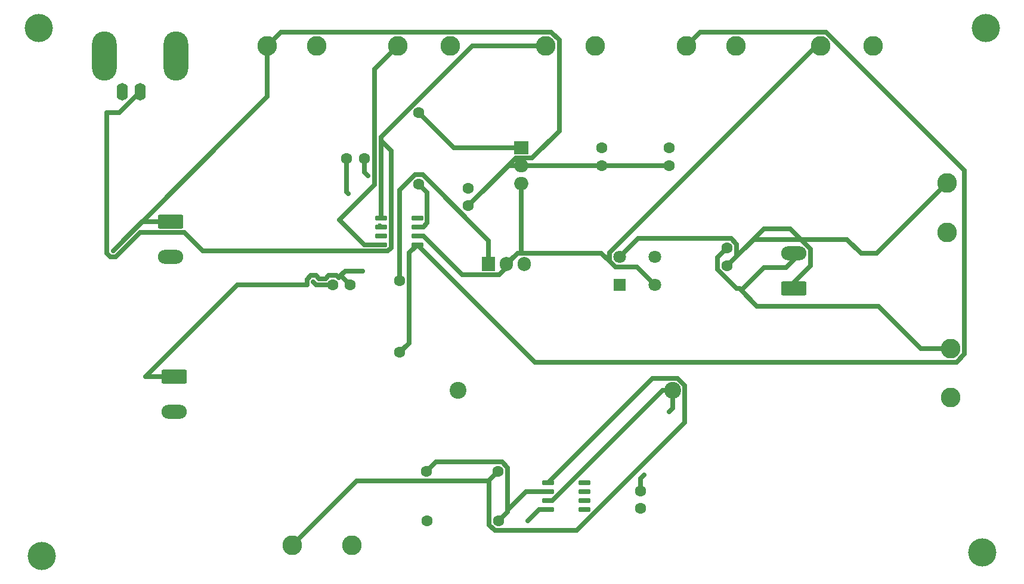
<source format=gtl>
%TF.GenerationSoftware,KiCad,Pcbnew,9.0.4*%
%TF.CreationDate,2025-10-20T13:27:51-05:00*%
%TF.ProjectId,Lab 7 Custom PCB Buck Converter,4c616220-3720-4437-9573-746f6d205043,rev?*%
%TF.SameCoordinates,Original*%
%TF.FileFunction,Copper,L1,Top*%
%TF.FilePolarity,Positive*%
%FSLAX46Y46*%
G04 Gerber Fmt 4.6, Leading zero omitted, Abs format (unit mm)*
G04 Created by KiCad (PCBNEW 9.0.4) date 2025-10-20 13:27:51*
%MOMM*%
%LPD*%
G01*
G04 APERTURE LIST*
G04 Aperture macros list*
%AMRoundRect*
0 Rectangle with rounded corners*
0 $1 Rounding radius*
0 $2 $3 $4 $5 $6 $7 $8 $9 X,Y pos of 4 corners*
0 Add a 4 corners polygon primitive as box body*
4,1,4,$2,$3,$4,$5,$6,$7,$8,$9,$2,$3,0*
0 Add four circle primitives for the rounded corners*
1,1,$1+$1,$2,$3*
1,1,$1+$1,$4,$5*
1,1,$1+$1,$6,$7*
1,1,$1+$1,$8,$9*
0 Add four rect primitives between the rounded corners*
20,1,$1+$1,$2,$3,$4,$5,0*
20,1,$1+$1,$4,$5,$6,$7,0*
20,1,$1+$1,$6,$7,$8,$9,0*
20,1,$1+$1,$8,$9,$2,$3,0*%
G04 Aperture macros list end*
%TA.AperFunction,ComponentPad*%
%ADD10RoundRect,0.250000X-1.550000X0.750000X-1.550000X-0.750000X1.550000X-0.750000X1.550000X0.750000X0*%
%TD*%
%TA.AperFunction,ComponentPad*%
%ADD11O,3.600000X2.000000*%
%TD*%
%TA.AperFunction,SMDPad,CuDef*%
%ADD12RoundRect,0.150000X-0.725000X-0.150000X0.725000X-0.150000X0.725000X0.150000X-0.725000X0.150000X0*%
%TD*%
%TA.AperFunction,ComponentPad*%
%ADD13C,1.600000*%
%TD*%
%TA.AperFunction,ComponentPad*%
%ADD14R,2.000000X1.905000*%
%TD*%
%TA.AperFunction,ComponentPad*%
%ADD15O,2.000000X1.905000*%
%TD*%
%TA.AperFunction,ComponentPad*%
%ADD16C,2.800000*%
%TD*%
%TA.AperFunction,ComponentPad*%
%ADD17RoundRect,0.250000X1.550000X-0.750000X1.550000X0.750000X-1.550000X0.750000X-1.550000X-0.750000X0*%
%TD*%
%TA.AperFunction,ComponentPad*%
%ADD18R,1.800000X1.800000*%
%TD*%
%TA.AperFunction,ComponentPad*%
%ADD19C,1.800000*%
%TD*%
%TA.AperFunction,ComponentPad*%
%ADD20O,1.600000X2.500000*%
%TD*%
%TA.AperFunction,ComponentPad*%
%ADD21O,3.500000X7.000000*%
%TD*%
%TA.AperFunction,ComponentPad*%
%ADD22C,2.400000*%
%TD*%
%TA.AperFunction,ComponentPad*%
%ADD23R,1.905000X2.000000*%
%TD*%
%TA.AperFunction,ComponentPad*%
%ADD24O,1.905000X2.000000*%
%TD*%
%TA.AperFunction,ViaPad*%
%ADD25C,0.600000*%
%TD*%
%TA.AperFunction,ViaPad*%
%ADD26C,4.000000*%
%TD*%
%TA.AperFunction,Conductor*%
%ADD27C,0.700000*%
%TD*%
G04 APERTURE END LIST*
D10*
%TO.P,10VD1,1,Pin_1*%
%TO.N,10V*%
X102777500Y-115000000D03*
D11*
%TO.P,10VD1,2,Pin_2*%
%TO.N,GND*%
X102777500Y-120000000D03*
%TD*%
D12*
%TO.P,IC1,1*%
%TO.N,OPAMP_OUT*%
X155850000Y-130095000D03*
%TO.P,IC1,2,-*%
%TO.N,Net-(U1A--)*%
X155850000Y-131365000D03*
%TO.P,IC1,3,+*%
%TO.N,Vout-*%
X155850000Y-132635000D03*
%TO.P,IC1,4,V-*%
%TO.N,GND*%
X155850000Y-133905000D03*
%TO.P,IC1,5,+*%
%TO.N,unconnected-(U1B-+-Pad5)*%
X161000000Y-133905000D03*
%TO.P,IC1,6,-*%
%TO.N,unconnected-(U1B---Pad6)*%
X161000000Y-132635000D03*
%TO.P,IC1,7*%
%TO.N,unconnected-(U1-Pad7)*%
X161000000Y-131365000D03*
%TO.P,IC1,8,V+*%
%TO.N,10V*%
X161000000Y-130095000D03*
%TD*%
D13*
%TO.P,C4,1*%
%TO.N,10V*%
X169000000Y-131250000D03*
%TO.P,C4,2*%
%TO.N,GND*%
X169000000Y-133750000D03*
%TD*%
%TO.P,C5,1*%
%TO.N,BOOT*%
X129750000Y-84000000D03*
%TO.P,C5,2*%
%TO.N,SW*%
X127250000Y-84000000D03*
%TD*%
D10*
%TO.P,Vin1,1,Pin_1*%
%TO.N,Vin+*%
X102277500Y-93000000D03*
D11*
%TO.P,Vin1,2,Pin_2*%
%TO.N,GND*%
X102277500Y-98000000D03*
%TD*%
D14*
%TO.P,Q1,1,G*%
%TO.N,Net-(Q1-G)*%
X152050000Y-82460000D03*
D15*
%TO.P,Q1,2,D*%
%TO.N,Vin+*%
X152050000Y-85000000D03*
%TO.P,Q1,3,S*%
%TO.N,SW*%
X152050000Y-87540000D03*
%TD*%
D16*
%TO.P,GND_T7,1,1*%
%TO.N,GND*%
X213000000Y-118000000D03*
%TD*%
%TO.P,Vin_T1,1,1*%
%TO.N,Vin+*%
X116000000Y-68000000D03*
%TD*%
%TO.P,GND_T6,1,1*%
%TO.N,GND*%
X212500000Y-94500000D03*
%TD*%
D13*
%TO.P,C2,1*%
%TO.N,Vout+*%
X181277500Y-99250000D03*
%TO.P,C2,2*%
%TO.N,Vout-*%
X181277500Y-96750000D03*
%TD*%
%TO.P,C7,1*%
%TO.N,Vin+*%
X173000000Y-85000000D03*
%TO.P,C7,2*%
%TO.N,GND*%
X173000000Y-82500000D03*
%TD*%
D16*
%TO.P,10V_T2,1,1*%
%TO.N,10V*%
X134500000Y-68000000D03*
%TD*%
%TO.P,GND_T5,1,1*%
%TO.N,GND*%
X202000000Y-68000000D03*
%TD*%
D13*
%TO.P,R4,1*%
%TO.N,HIGHDR*%
X137500000Y-87660000D03*
%TO.P,R4,2*%
%TO.N,Net-(Q1-G)*%
X137500000Y-77500000D03*
%TD*%
D16*
%TO.P,LOW_Vds_T5,1,1*%
%TO.N,SW*%
X194500000Y-68000000D03*
%TD*%
D17*
%TO.P,Vout1,1,Pin_1*%
%TO.N,Vout+*%
X190722500Y-102500000D03*
D11*
%TO.P,Vout1,2,Pin_2*%
%TO.N,Vout-*%
X190722500Y-97500000D03*
%TD*%
D16*
%TO.P,OPAMP_OUT_T8,1,1*%
%TO.N,OPAMP_OUT*%
X119500000Y-139000000D03*
%TD*%
%TO.P,GND_T8,1,1*%
%TO.N,GND*%
X128000000Y-139000000D03*
%TD*%
D13*
%TO.P,C1,1*%
%TO.N,Vin+*%
X144500000Y-90750000D03*
%TO.P,C1,2*%
%TO.N,GND*%
X144500000Y-88250000D03*
%TD*%
D16*
%TO.P,GND_T3,1,1*%
%TO.N,GND*%
X162500000Y-68000000D03*
%TD*%
%TO.P,V_1l_T7,1,1*%
%TO.N,Vout-*%
X213000000Y-111000000D03*
%TD*%
D18*
%TO.P,L1,1,1*%
%TO.N,unconnected-(L1-Pad1)*%
X166000000Y-102000000D03*
D19*
%TO.P,L1,2,2*%
%TO.N,SW*%
X171000000Y-102000000D03*
%TO.P,L1,3,3*%
%TO.N,Vout+*%
X166000000Y-98000000D03*
%TO.P,L1,4,4*%
%TO.N,unconnected-(L1-Pad4)*%
X171000000Y-98000000D03*
%TD*%
D16*
%TO.P,GND_T2,1,1*%
%TO.N,GND*%
X142000000Y-68000000D03*
%TD*%
D20*
%TO.P,PWM1,1,In*%
%TO.N,PWM*%
X97920000Y-74580000D03*
D21*
%TO.P,PWM1,2,Ext*%
%TO.N,GND*%
X92840000Y-69500000D03*
D20*
X95380000Y-74580000D03*
D21*
X103000000Y-69500000D03*
%TD*%
D22*
%TO.P,R1,1*%
%TO.N,GND*%
X143020000Y-117000000D03*
%TO.P,R1,2*%
%TO.N,Vout-*%
X173500000Y-117000000D03*
%TD*%
D16*
%TO.P,GND_T1,1,1*%
%TO.N,GND*%
X123000000Y-68000000D03*
%TD*%
D13*
%TO.P,R3,1*%
%TO.N,Net-(U1A--)*%
X138605000Y-128500000D03*
%TO.P,R3,2*%
%TO.N,OPAMP_OUT*%
X148765000Y-128500000D03*
%TD*%
D16*
%TO.P,GND_T4,1,1*%
%TO.N,GND*%
X182500000Y-68000000D03*
%TD*%
%TO.P,LOWDR_T4,1,1*%
%TO.N,LOWDR*%
X175500000Y-68000000D03*
%TD*%
D23*
%TO.P,Q2,1,G*%
%TO.N,Net-(Q2-G)*%
X147420000Y-99000000D03*
D24*
%TO.P,Q2,2,D*%
%TO.N,SW*%
X149960000Y-99000000D03*
%TO.P,Q2,3,S*%
%TO.N,GND*%
X152500000Y-99000000D03*
%TD*%
D13*
%TO.P,R5,1*%
%TO.N,LOWDR*%
X134765000Y-111580000D03*
%TO.P,R5,2*%
%TO.N,Net-(Q2-G)*%
X134765000Y-101420000D03*
%TD*%
%TO.P,C3,1*%
%TO.N,GND*%
X125265000Y-102000000D03*
%TO.P,C3,2*%
%TO.N,10V*%
X127765000Y-102000000D03*
%TD*%
D16*
%TO.P,Vout_T6,1,1*%
%TO.N,Vout+*%
X212500000Y-87500000D03*
%TD*%
%TO.P,PWM_T3,1,1*%
%TO.N,PWM*%
X155500000Y-68000000D03*
%TD*%
D12*
%TO.P,IC2,1,IN*%
%TO.N,PWM*%
X132115000Y-92460000D03*
%TO.P,IC2,2,PGND*%
%TO.N,GND*%
X132115000Y-93730000D03*
%TO.P,IC2,3,DT*%
%TO.N,SW*%
X132115000Y-95000000D03*
%TO.P,IC2,4,VCC*%
%TO.N,10V*%
X132115000Y-96270000D03*
%TO.P,IC2,5,LOWDR*%
%TO.N,LOWDR*%
X137265000Y-96270000D03*
%TO.P,IC2,6,BOOTLO*%
%TO.N,SW*%
X137265000Y-95000000D03*
%TO.P,IC2,7,HIGHDR*%
%TO.N,HIGHDR*%
X137265000Y-93730000D03*
%TO.P,IC2,8,BOOT*%
%TO.N,BOOT*%
X137265000Y-92460000D03*
%TD*%
D13*
%TO.P,R2,1*%
%TO.N,GND*%
X138685000Y-135500000D03*
%TO.P,R2,2*%
%TO.N,Net-(U1A--)*%
X148845000Y-135500000D03*
%TD*%
%TO.P,C6,1*%
%TO.N,Vin+*%
X163500000Y-85000000D03*
%TO.P,C6,2*%
%TO.N,GND*%
X163500000Y-82500000D03*
%TD*%
D25*
%TO.N,10V*%
X161000000Y-130000000D03*
%TO.N,GND*%
X132000000Y-93500000D03*
%TO.N,10V*%
X129500000Y-96000000D03*
%TO.N,SW*%
X137000000Y-95000000D03*
X132000000Y-95000000D03*
%TO.N,Vout-*%
X183000000Y-102500000D03*
D26*
%TO.N,*%
X84000000Y-140500000D03*
X218000000Y-65500000D03*
X217500000Y-140000000D03*
X83500000Y-65500000D03*
D25*
%TO.N,10V*%
X129500000Y-100000000D03*
X169500000Y-129000000D03*
%TO.N,GND*%
X122500000Y-101550000D03*
X153000000Y-135500000D03*
%TO.N,Vout-*%
X173000000Y-120000000D03*
%TO.N,SW*%
X127500000Y-89000000D03*
%TO.N,BOOT*%
X130313000Y-86500000D03*
X137265000Y-92460000D03*
%TD*%
D27*
%TO.N,PWM*%
X95000000Y-77500000D02*
X97920000Y-74580000D01*
X93210251Y-77500000D02*
X95000000Y-77500000D01*
%TO.N,10V*%
X129770000Y-96270000D02*
X126250000Y-92750000D01*
X129770000Y-96270000D02*
X132115000Y-96270000D01*
%TO.N,Vout+*%
X198277500Y-95500000D02*
X185027500Y-95500000D01*
X185027500Y-95500000D02*
X183027500Y-97500000D01*
X200277500Y-97500000D02*
X198277500Y-95500000D01*
X202500000Y-97500000D02*
X200277500Y-97500000D01*
X212500000Y-87500000D02*
X202500000Y-97500000D01*
X193073500Y-99248000D02*
X190722500Y-101599000D01*
X193073500Y-96857555D02*
X193073500Y-99248000D01*
X190215945Y-94000000D02*
X193073500Y-96857555D01*
X186527500Y-94000000D02*
X190215945Y-94000000D01*
X183027500Y-97500000D02*
X186527500Y-94000000D01*
%TO.N,Vout-*%
X189623500Y-99500000D02*
X190722500Y-98401000D01*
X186500000Y-99500000D02*
X189623500Y-99500000D01*
X183500000Y-102500000D02*
X186500000Y-99500000D01*
X179926500Y-98101000D02*
X181277500Y-96750000D01*
X179926500Y-99809603D02*
X179926500Y-98101000D01*
X182616897Y-102500000D02*
X179926500Y-99809603D01*
X183000000Y-102500000D02*
X182616897Y-102500000D01*
X208777500Y-111000000D02*
X202777500Y-105000000D01*
X185500000Y-105000000D02*
X183000000Y-102500000D01*
X213000000Y-111000000D02*
X208777500Y-111000000D01*
X202777500Y-105000000D02*
X185500000Y-105000000D01*
%TO.N,PWM*%
X93210251Y-97484457D02*
X93210251Y-77500000D01*
X93738043Y-98012249D02*
X93210251Y-97484457D01*
X94484457Y-98012249D02*
X93738043Y-98012249D01*
X97945706Y-94551000D02*
X94484457Y-98012249D01*
X104166212Y-94551000D02*
X97945706Y-94551000D01*
X106786212Y-97171000D02*
X104166212Y-94551000D01*
X133084522Y-97171000D02*
X106786212Y-97171000D01*
X133541000Y-96714522D02*
X133084522Y-97171000D01*
X133541000Y-82926000D02*
X133541000Y-96714522D01*
X132115000Y-81500000D02*
X133541000Y-82926000D01*
X132115000Y-81500000D02*
X132115000Y-92460000D01*
%TO.N,10V*%
X126119302Y-100943698D02*
X126414000Y-100649000D01*
X125824603Y-100649000D02*
X126119302Y-100943698D01*
X124705397Y-100649000D02*
X125824603Y-100649000D01*
X124255397Y-101099000D02*
X124705397Y-100649000D01*
X123323206Y-101099000D02*
X124255397Y-101099000D01*
X122873207Y-100649001D02*
X123323206Y-101099000D01*
X122126793Y-100649001D02*
X122873207Y-100649001D01*
X121599001Y-101923207D02*
X121599001Y-101176793D01*
X121675794Y-102000000D02*
X121599001Y-101923207D01*
X121599001Y-101176793D02*
X122126793Y-100649001D01*
X111722500Y-102000000D02*
X121675794Y-102000000D01*
X98722500Y-115000000D02*
X111722500Y-102000000D01*
X102777500Y-115000000D02*
X98722500Y-115000000D01*
X131214000Y-71286000D02*
X131214000Y-87786000D01*
X131214000Y-87786000D02*
X126250000Y-92750000D01*
X126414000Y-100649000D02*
X127063000Y-100000000D01*
X169000000Y-131250000D02*
X169000000Y-129500000D01*
X134500000Y-68000000D02*
X131214000Y-71286000D01*
X169000000Y-129500000D02*
X169500000Y-129000000D01*
X126414000Y-100649000D02*
X127765000Y-102000000D01*
X127063000Y-100000000D02*
X129500000Y-100000000D01*
%TO.N,GND*%
X122950000Y-102000000D02*
X122500000Y-101550000D01*
X154595000Y-133905000D02*
X153000000Y-135500000D01*
X155850000Y-133905000D02*
X154595000Y-133905000D01*
X125265000Y-102000000D02*
X122950000Y-102000000D01*
%TO.N,Vin+*%
X163500000Y-85000000D02*
X152050000Y-85000000D01*
X116000000Y-68000000D02*
X116000000Y-75222500D01*
X157451000Y-67191869D02*
X156308131Y-66049000D01*
X173000000Y-85000000D02*
X163500000Y-85000000D01*
X153601000Y-83963500D02*
X157451000Y-80113500D01*
X117951000Y-66049000D02*
X116000000Y-68000000D01*
X116000000Y-75222500D02*
X94111250Y-97111250D01*
X152050000Y-85000000D02*
X150250000Y-85000000D01*
X98222500Y-93000000D02*
X94111250Y-97111250D01*
X102277500Y-93000000D02*
X98222500Y-93000000D01*
X157451000Y-80113500D02*
X157451000Y-67191869D01*
X151286500Y-83963500D02*
X153601000Y-83963500D01*
X150250000Y-85000000D02*
X144500000Y-90750000D01*
X144500000Y-90750000D02*
X151286500Y-83963500D01*
X156308131Y-66049000D02*
X117951000Y-66049000D01*
%TO.N,Vout+*%
X181837103Y-95399000D02*
X182628500Y-96190397D01*
X166000000Y-98000000D02*
X168601000Y-95399000D01*
X182628500Y-96190397D02*
X182628500Y-97899000D01*
X168601000Y-95399000D02*
X181837103Y-95399000D01*
X182628500Y-97899000D02*
X181277500Y-99250000D01*
X183027500Y-97500000D02*
X181277500Y-99250000D01*
%TO.N,Vout-*%
X173500000Y-117000000D02*
X172085522Y-117000000D01*
X172085522Y-117000000D02*
X156450522Y-132635000D01*
X156450522Y-132635000D02*
X155850000Y-132635000D01*
X173500000Y-117000000D02*
X173500000Y-119500000D01*
X173500000Y-119500000D02*
X173000000Y-120000000D01*
%TO.N,SW*%
X152050000Y-97399000D02*
X152050000Y-87540000D01*
X164549000Y-97398976D02*
X193947976Y-68000000D01*
X151511000Y-97449000D02*
X149960000Y-99000000D01*
X149960000Y-99000000D02*
X149960000Y-99514500D01*
X164549000Y-98601024D02*
X163396976Y-97449000D01*
X163396976Y-97449000D02*
X152000000Y-97449000D01*
X152000000Y-97449000D02*
X151511000Y-97449000D01*
X127250000Y-88750000D02*
X127500000Y-89000000D01*
X165398976Y-99451000D02*
X164549000Y-98601024D01*
X143690999Y-100551000D02*
X138139999Y-95000000D01*
X164549000Y-98601024D02*
X164549000Y-97398976D01*
X168451000Y-99451000D02*
X165398976Y-99451000D01*
X193947976Y-68000000D02*
X194500000Y-68000000D01*
X149960000Y-99514500D02*
X148923500Y-100551000D01*
X152000000Y-97449000D02*
X152050000Y-97399000D01*
X127250000Y-84000000D02*
X127250000Y-88750000D01*
X171000000Y-102000000D02*
X168451000Y-99451000D01*
X148923500Y-100551000D02*
X143690999Y-100551000D01*
%TO.N,BOOT*%
X129750000Y-85937000D02*
X130313000Y-86500000D01*
X129750000Y-84000000D02*
X129750000Y-85937000D01*
%TO.N,PWM*%
X132294698Y-80794698D02*
X132115000Y-80974397D01*
X155500000Y-68000000D02*
X145089397Y-68000000D01*
X145089397Y-68000000D02*
X132294698Y-80794698D01*
X132115000Y-80974397D02*
X132115000Y-81500000D01*
%TO.N,HIGHDR*%
X138691000Y-93178999D02*
X138139999Y-93730000D01*
X138139999Y-93730000D02*
X137265000Y-93730000D01*
X138691000Y-88851000D02*
X138691000Y-93178999D01*
X137500000Y-87660000D02*
X138691000Y-88851000D01*
%TO.N,LOWDR*%
X214951000Y-85691869D02*
X214951000Y-111808131D01*
X175500000Y-68000000D02*
X177451000Y-66049000D01*
X195308131Y-66049000D02*
X214951000Y-85691869D01*
X214951000Y-111808131D02*
X213808131Y-112951000D01*
X134765000Y-111580000D02*
X136116000Y-110229000D01*
X177451000Y-66049000D02*
X195308131Y-66049000D01*
X213808131Y-112951000D02*
X153946000Y-112951000D01*
X153946000Y-112951000D02*
X137265000Y-96270000D01*
X136116000Y-110229000D02*
X136116000Y-97419000D01*
X136116000Y-97419000D02*
X137265000Y-96270000D01*
%TO.N,OPAMP_OUT*%
X159924522Y-136851000D02*
X175251000Y-121524522D01*
X128649000Y-129851000D02*
X147414000Y-129851000D01*
X147494000Y-136059603D02*
X148285397Y-136851000D01*
X148765000Y-128500000D02*
X147494000Y-129771000D01*
X148285397Y-136851000D02*
X159924522Y-136851000D01*
X174225288Y-115249000D02*
X170696000Y-115249000D01*
X175251000Y-121524522D02*
X175251000Y-116274712D01*
X170696000Y-115249000D02*
X155850000Y-130095000D01*
X175251000Y-116274712D02*
X174225288Y-115249000D01*
X147414000Y-129851000D02*
X148765000Y-128500000D01*
X119500000Y-139000000D02*
X128649000Y-129851000D01*
X147494000Y-129771000D02*
X147494000Y-136059603D01*
%TO.N,Net-(Q1-G)*%
X152050000Y-82460000D02*
X142460000Y-82460000D01*
X142460000Y-82460000D02*
X137500000Y-77500000D01*
%TO.N,Net-(Q2-G)*%
X136940397Y-86309000D02*
X138059603Y-86309000D01*
X134765000Y-88484397D02*
X136940397Y-86309000D01*
X138059603Y-86309000D02*
X147420000Y-95669397D01*
X134765000Y-101420000D02*
X134765000Y-88484397D01*
X147420000Y-95669397D02*
X147420000Y-99000000D01*
%TO.N,Net-(U1A--)*%
X150116000Y-134000000D02*
X150116000Y-127940397D01*
X150116000Y-134229000D02*
X150116000Y-134000000D01*
X139956000Y-127149000D02*
X138605000Y-128500000D01*
X150116000Y-134000000D02*
X152751000Y-131365000D01*
X150116000Y-127940397D02*
X149324603Y-127149000D01*
X148845000Y-135500000D02*
X150116000Y-134229000D01*
X149324603Y-127149000D02*
X139956000Y-127149000D01*
X152751000Y-131365000D02*
X155850000Y-131365000D01*
%TD*%
M02*

</source>
